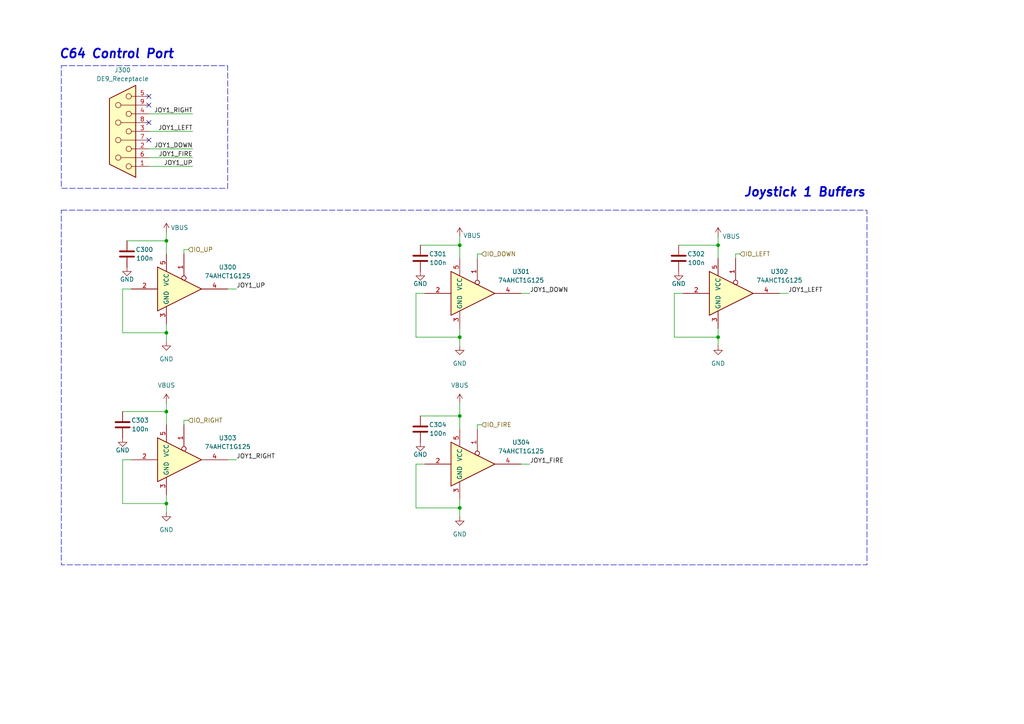
<source format=kicad_sch>
(kicad_sch (version 20231120) (generator "eeschema") (generator_version "8.0")
  (paper "A4")
  (lib_symbols
    (symbol "74xGxx:74AHCT1G125"
      (property "Reference" "U" (at -2.54 3.81 0))
      (property "Value" "74AHCT1G125" (at 0 -3.81 0))
      (symbol "74AHCT1G125_0_1"
        (polyline (pts (xy -7.62 6.35) (xy -7.62 -6.35) (xy 5.08 0) (xy -7.62 6.35)) (stroke (width 0.254)) (fill (type background)))
      )
      (symbol "74AHCT1G125_1_1"
        (pin input inverted (at 0 10.16 270) (length 7.62) (name "~") (number "1"))
        (pin input line (at -15.24 0 0) (length 7.62) (name "~") (number "2"))
        (pin power_in line (at -5.08 -10.16 90) (length 5.08) (name "GND") (number "3"))
        (pin tri_state line (at 12.7 0 180) (length 7.62) (name "~") (number "4"))
        (pin power_in line (at -5.08 10.16 270) (length 5.08) (name "VCC") (number "5"))
      )
    )
    (symbol "Connector:DE9_Receptacle" (pin_names (offset 1.016) hide)
      (property "Reference" "J" (at 0 13.97 0))
      (property "Value" "DE9_Receptacle" (at 0 -14.605 0))
      (symbol "DE9_Receptacle_0_1"
        (circle (center -1.778 -10.16) (radius 0.762))
        (circle (center -1.778 -5.08) (radius 0.762))
        (circle (center -1.778 0) (radius 0.762))
        (circle (center -1.778 5.08) (radius 0.762))
        (circle (center -1.778 10.16) (radius 0.762))
        (polyline (pts (xy -3.81 -10.16) (xy -2.54 -10.16)))
        (polyline (pts (xy -3.81 -7.62) (xy 0.508 -7.62)))
        (polyline (pts (xy -3.81 -5.08) (xy -2.54 -5.08)))
        (polyline (pts (xy -3.81 -2.54) (xy 0.508 -2.54)))
        (polyline (pts (xy -3.81 0) (xy -2.54 0)))
        (polyline (pts (xy -3.81 2.54) (xy 0.508 2.54)))
        (polyline (pts (xy -3.81 5.08) (xy -2.54 5.08)))
        (polyline (pts (xy -3.81 7.62) (xy 0.508 7.62)))
        (polyline (pts (xy -3.81 10.16) (xy -2.54 10.16)))
        (polyline (pts (xy -3.81 13.335) (xy -3.81 -13.335) (xy 3.81 -9.525) (xy 3.81 9.525) (xy -3.81 13.335)) (stroke (width 0.254)) (fill (type background)))
        (circle (center 1.27 -7.62) (radius 0.762))
        (circle (center 1.27 -2.54) (radius 0.762))
        (circle (center 1.27 2.54) (radius 0.762))
        (circle (center 1.27 7.62) (radius 0.762))
      )
      (symbol "DE9_Receptacle_1_1"
        (pin passive line (at -7.62 10.16 0) (length 3.81) (name "1") (number "1"))
        (pin passive line (at -7.62 5.08 0) (length 3.81) (name "2") (number "2"))
        (pin passive line (at -7.62 0 0) (length 3.81) (name "3") (number "3"))
        (pin passive line (at -7.62 -5.08 0) (length 3.81) (name "4") (number "4"))
        (pin passive line (at -7.62 -10.16 0) (length 3.81) (name "5") (number "5"))
        (pin passive line (at -7.62 7.62 0) (length 3.81) (name "6") (number "6"))
        (pin passive line (at -7.62 2.54 0) (length 3.81) (name "7") (number "7"))
        (pin passive line (at -7.62 -2.54 0) (length 3.81) (name "8") (number "8"))
        (pin passive line (at -7.62 -7.62 0) (length 3.81) (name "9") (number "9"))
      )
    )
    (symbol "Device:C" (pin_numbers hide) (pin_names (offset 0.254))
      (property "Reference" "C" (at 0.635 2.54 0))
      (property "Value" "C" (at 0.635 -2.54 0))
      (symbol "C_0_1"
        (polyline (pts (xy -2.032 -0.762) (xy 2.032 -0.762)) (stroke (width 0.508)))
        (polyline (pts (xy -2.032 0.762) (xy 2.032 0.762)) (stroke (width 0.508)))
      )
      (symbol "C_1_1"
        (pin passive line (at 0 3.81 270) (length 2.794) (name "~") (number "1"))
        (pin passive line (at 0 -3.81 90) (length 2.794) (name "~") (number "2"))
      )
    )
    (symbol "power:GND" (power) (pin_numbers hide) (pin_names (offset 0) hide)
      (property "Value" "GND" (at 0 -3.81 0))
      (symbol "GND_0_1"
        (polyline (pts (xy 0 0) (xy 0 -1.27) (xy 1.27 -1.27) (xy 0 -2.54) (xy -1.27 -1.27) (xy 0 -1.27)))
      )
      (symbol "GND_1_1"
        (pin power_in line (at 0 0 270) (length 0) (name "~") (number "1"))
      )
    )
    (symbol "power:VCC" (power) (pin_numbers hide) (pin_names (offset 0) hide)
      (property "Value" "VCC" (at 0 3.556 0))
      (symbol "VCC_0_1"
        (polyline (pts (xy -0.762 1.27) (xy 0 2.54)))
        (polyline (pts (xy 0 0) (xy 0 2.54)))
        (polyline (pts (xy 0 2.54) (xy 0.762 1.27)))
      )
      (symbol "VCC_1_1"
        (pin power_in line (at 0 0 90) (length 0) (name "~") (number "1"))
      )
    )
  )
  (junction (at 48.26 119.38))
  (junction (at 133.35 71.12))
  (junction (at 133.35 147.32))
  (junction (at 208.28 97.79))
  (junction (at 133.35 120.65))
  (junction (at 208.28 71.12))
  (junction (at 133.35 97.79))
  (junction (at 48.26 146.05))
  (junction (at 48.26 69.85))
  (junction (at 48.26 96.52))
  (no_connect (at 43.18 27.94))
  (no_connect (at 43.18 30.48))
  (no_connect (at 43.18 35.56))
  (no_connect (at 43.18 40.64))
  (wire (pts (xy 226.06 85.09) (xy 228.6 85.09)))
  (wire (pts (xy 48.26 116.84) (xy 48.26 119.38)))
  (wire (pts (xy 133.35 120.65) (xy 133.35 124.46)))
  (wire (pts (xy 198.12 85.09) (xy 195.58 85.09)))
  (wire (pts (xy 48.26 119.38) (xy 48.26 123.19)))
  (wire (pts (xy 120.65 147.32) (xy 133.35 147.32)))
  (wire (pts (xy 195.58 97.79) (xy 208.28 97.79)))
  (wire (pts (xy 120.65 97.79) (xy 133.35 97.79)))
  (wire (pts (xy 123.19 85.09) (xy 120.65 85.09)))
  (wire (pts (xy 213.36 73.66) (xy 213.36 74.93)))
  (wire (pts (xy 43.18 38.1) (xy 55.88 38.1)))
  (wire (pts (xy 208.28 68.58) (xy 208.28 71.12)))
  (wire (pts (xy 35.56 96.52) (xy 48.26 96.52)))
  (wire (pts (xy 38.1 83.82) (xy 35.56 83.82)))
  (wire (pts (xy 36.83 69.85) (xy 48.26 69.85)))
  (wire (pts (xy 133.35 116.84) (xy 133.35 120.65)))
  (wire (pts (xy 139.7 123.19) (xy 138.43 123.19)))
  (wire (pts (xy 214.63 73.66) (xy 213.36 73.66)))
  (wire (pts (xy 133.35 95.25) (xy 133.35 97.79)))
  (wire (pts (xy 208.28 97.79) (xy 208.28 100.33)))
  (wire (pts (xy 133.35 144.78) (xy 133.35 147.32)))
  (wire (pts (xy 121.92 120.65) (xy 133.35 120.65)))
  (wire (pts (xy 151.13 134.62) (xy 153.67 134.62)))
  (wire (pts (xy 133.35 147.32) (xy 133.35 149.86)))
  (wire (pts (xy 133.35 71.12) (xy 133.35 74.93)))
  (wire (pts (xy 35.56 133.35) (xy 35.56 146.05)))
  (wire (pts (xy 133.35 97.79) (xy 133.35 100.33)))
  (wire (pts (xy 121.92 71.12) (xy 133.35 71.12)))
  (wire (pts (xy 208.28 95.25) (xy 208.28 97.79)))
  (wire (pts (xy 151.13 85.09) (xy 153.67 85.09)))
  (wire (pts (xy 43.18 33.02) (xy 55.88 33.02)))
  (wire (pts (xy 35.56 146.05) (xy 48.26 146.05)))
  (wire (pts (xy 120.65 85.09) (xy 120.65 97.79)))
  (wire (pts (xy 48.26 67.31) (xy 48.26 69.85)))
  (wire (pts (xy 43.18 45.72) (xy 55.88 45.72)))
  (wire (pts (xy 133.35 68.58) (xy 133.35 71.12)))
  (wire (pts (xy 43.18 48.26) (xy 55.88 48.26)))
  (wire (pts (xy 53.34 72.39) (xy 53.34 73.66)))
  (wire (pts (xy 38.1 133.35) (xy 35.56 133.35)))
  (wire (pts (xy 66.04 83.82) (xy 68.58 83.82)))
  (wire (pts (xy 48.26 93.98) (xy 48.26 96.52)))
  (wire (pts (xy 138.43 123.19) (xy 138.43 124.46)))
  (wire (pts (xy 208.28 71.12) (xy 208.28 74.93)))
  (wire (pts (xy 120.65 134.62) (xy 120.65 147.32)))
  (wire (pts (xy 139.7 73.66) (xy 138.43 73.66)))
  (wire (pts (xy 48.26 69.85) (xy 48.26 73.66)))
  (wire (pts (xy 54.61 121.92) (xy 53.34 121.92)))
  (wire (pts (xy 138.43 73.66) (xy 138.43 74.93)))
  (wire (pts (xy 53.34 121.92) (xy 53.34 123.19)))
  (wire (pts (xy 48.26 143.51) (xy 48.26 146.05)))
  (wire (pts (xy 123.19 134.62) (xy 120.65 134.62)))
  (wire (pts (xy 48.26 96.52) (xy 48.26 99.06)))
  (wire (pts (xy 35.56 119.38) (xy 48.26 119.38)))
  (wire (pts (xy 196.85 71.12) (xy 208.28 71.12)))
  (wire (pts (xy 66.04 133.35) (xy 68.58 133.35)))
  (wire (pts (xy 195.58 85.09) (xy 195.58 97.79)))
  (wire (pts (xy 35.56 83.82) (xy 35.56 96.52)))
  (wire (pts (xy 48.26 146.05) (xy 48.26 148.59)))
  (wire (pts (xy 43.18 43.18) (xy 55.88 43.18)))
  (wire (pts (xy 54.61 72.39) (xy 53.34 72.39)))
  (rectangle (start 17.78 19.05) (end 66.04 54.61) (stroke (width 0) (type dash)))
  (rectangle (start 17.78 60.96) (end 251.46 163.83) (stroke (width 0) (type dash)))
  (text "C64 Control Port" (at 33.782 15.748 0) (effects (font (size 2.54 2.54) (thickness 0.508) (bold yes) (italic yes))))
  (text "Joystick 1 Buffers" (at 233.426 55.88 0) (effects (font (size 2.54 2.54) (thickness 0.508) (bold yes) (italic yes))))
  (label "JOY1_UP" (at 55.88 48.26 180) (effects (font (thickness 0.1588))))
  (label "JOY1_FIRE" (at 153.67 134.62 0) (effects (font (thickness 0.1588))))
  (label "JOY1_LEFT" (at 228.6 85.09 0) (effects (font (thickness 0.1588))))
  (label "JOY1_DOWN" (at 55.88 43.18 180) (effects (font (thickness 0.1588))))
  (label "JOY1_DOWN" (at 153.67 85.09 0) (effects (font (thickness 0.1588))))
  (label "JOY1_FIRE" (at 55.88 45.72 180) (effects (font (thickness 0.1588))))
  (label "JOY1_RIGHT" (at 55.88 33.02 180) (effects (font (thickness 0.1588))))
  (label "JOY1_RIGHT" (at 68.58 133.35 0) (effects (font (thickness 0.1588))))
  (label "JOY1_UP" (at 68.58 83.82 0) (effects (font (thickness 0.1588))))
  (label "JOY1_LEFT" (at 55.88 38.1 180) (effects (font (thickness 0.1588))))
  (hierarchical_label "IO_LEFT" (shape input) (at 214.63 73.66 0))
  (hierarchical_label "IO_UP" (shape input) (at 54.61 72.39 0))
  (hierarchical_label "IO_DOWN" (shape input) (at 139.7 73.66 0))
  (hierarchical_label "IO_FIRE" (shape input) (at 139.7 123.19 0))
  (hierarchical_label "IO_RIGHT" (shape input) (at 54.61 121.92 0))
  (symbol (lib_id "power:GND") (at 133.35 149.86 0) (unit 1)
    (property "Reference" "#PWR041" (effects (hide yes)))
    (property "Value" "GND" (at 133.35 154.94 0))
    (property "Description" "Power symbol creates a global label with name \"GND\" , ground" (effects (hide yes)))
  )
  (symbol (lib_id "power:GND") (at 121.92 128.27 0) (unit 1)
    (property "Reference" "#PWR059" (effects (hide yes)))
    (property "Value" "GND" (at 121.92 131.826 0))
    (property "Description" "Power symbol creates a global label with name \"GND\" , ground" (effects (hide yes)))
  )
  (symbol (lib_id "power:GND") (at 48.26 99.06 0) (unit 1)
    (property "Reference" "#PWR032" (effects (hide yes)))
    (property "Value" "GND" (at 48.26 104.14 0))
    (property "Description" "Power symbol creates a global label with name \"GND\" , ground" (effects (hide yes)))
  )
  (symbol (lib_id "power:GND") (at 133.35 100.33 0) (unit 1)
    (property "Reference" "#PWR035" (effects (hide yes)))
    (property "Value" "GND" (at 133.35 105.41 0))
    (property "Description" "Power symbol creates a global label with name \"GND\" , ground" (effects (hide yes)))
  )
  (symbol (lib_id "Device:C") (at 35.56 123.19 0) (mirror y) (unit 1)
    (property "Reference" "C303" (at 43.18 121.92 0) (effects (justify left)))
    (property "Value" "100n" (at 43.18 124.46 0) (effects (justify left)))
    (property "Footprint" "Capacitor_SMD:C_0402_1005Metric" (effects (hide yes)))
    (property "Description" "Unpolarized capacitor" (effects (hide yes)))
    (property "LCSC Part #" "C1525" (effects (hide yes)))
  )
  (symbol (lib_id "power:VCC") (at 133.35 68.58 0) (unit 1)
    (property "Reference" "#PWR034" (effects (hide yes)))
    (property "Value" "VBUS" (at 136.906 68.326 0))
    (property "Description" "Power symbol creates a global label with name \"VCC\"" (effects (hide yes)))
  )
  (symbol (lib_id "power:VCC") (at 208.28 68.58 0) (unit 1)
    (property "Reference" "#PWR036" (effects (hide yes)))
    (property "Value" "VBUS" (at 212.09 68.58 0))
    (property "Description" "Power symbol creates a global label with name \"VCC\"" (effects (hide yes)))
  )
  (symbol (lib_id "power:GND") (at 35.56 127 0) (unit 1)
    (property "Reference" "#PWR045" (effects (hide yes)))
    (property "Value" "GND" (at 35.56 130.556 0))
    (property "Description" "Power symbol creates a global label with name \"GND\" , ground" (effects (hide yes)))
  )
  (symbol (lib_id "74xGxx:74AHCT1G125") (at 138.43 85.09 0) (unit 1)
    (property "Reference" "U301" (at 151.13 78.7714 0))
    (property "Value" "74AHCT1G125" (at 151.13 81.3114 0))
    (property "Footprint" "Package_TO_SOT_SMD:SOT-353_SC-70-5" (effects (hide yes)))
    (property "Datasheet" "http://www.ti.com/lit/sg/scyt129e/scyt129e.pdf" (effects (hide yes)))
    (property "Description" "Single Buffer Gate Tri-State, Low-Voltage CMOS" (effects (hide yes)))
  )
  (symbol (lib_id "74xGxx:74AHCT1G125") (at 138.43 134.62 0) (unit 1)
    (property "Reference" "U304" (at 151.13 128.3014 0))
    (property "Value" "74AHCT1G125" (at 151.13 130.8414 0))
    (property "Footprint" "Package_TO_SOT_SMD:SOT-353_SC-70-5" (effects (hide yes)))
    (property "Datasheet" "http://www.ti.com/lit/sg/scyt129e/scyt129e.pdf" (effects (hide yes)))
    (property "Description" "Single Buffer Gate Tri-State, Low-Voltage CMOS" (effects (hide yes)))
  )
  (symbol (lib_id "power:GND") (at 196.85 78.74 0) (unit 1)
    (property "Reference" "#PWR044" (effects (hide yes)))
    (property "Value" "GND" (at 196.85 82.296 0))
    (property "Description" "Power symbol creates a global label with name \"GND\" , ground" (effects (hide yes)))
  )
  (symbol (lib_id "power:VCC") (at 48.26 67.31 0) (unit 1)
    (property "Reference" "#PWR033" (effects (hide yes)))
    (property "Value" "VBUS" (at 52.07 66.04 0))
    (property "Description" "Power symbol creates a global label with name \"VCC\"" (effects (hide yes)))
  )
  (symbol (lib_id "power:GND") (at 48.26 148.59 0) (unit 1)
    (property "Reference" "#PWR039" (effects (hide yes)))
    (property "Value" "GND" (at 48.26 153.67 0))
    (property "Description" "Power symbol creates a global label with name \"GND\" , ground" (effects (hide yes)))
  )
  (symbol (lib_id "power:GND") (at 36.83 77.47 0) (unit 1)
    (property "Reference" "#PWR031" (effects (hide yes)))
    (property "Value" "GND" (at 36.83 81.026 0))
    (property "Description" "Power symbol creates a global label with name \"GND\" , ground" (effects (hide yes)))
  )
  (symbol (lib_id "power:VCC") (at 48.26 116.84 0) (unit 1)
    (property "Reference" "#PWR038" (effects (hide yes)))
    (property "Value" "VBUS" (at 48.26 111.76 0))
    (property "Description" "Power symbol creates a global label with name \"VCC\"" (effects (hide yes)))
  )
  (symbol (lib_id "74xGxx:74AHCT1G125") (at 53.34 83.82 0) (unit 1)
    (property "Reference" "U300" (at 66.04 77.5014 0))
    (property "Value" "74AHCT1G125" (at 66.04 80.0414 0))
    (property "Footprint" "Package_TO_SOT_SMD:SOT-353_SC-70-5" (effects (hide yes)))
    (property "Datasheet" "http://www.ti.com/lit/sg/scyt129e/scyt129e.pdf" (effects (hide yes)))
    (property "Description" "Single Buffer Gate Tri-State, Low-Voltage CMOS" (effects (hide yes)))
  )
  (symbol (lib_id "Connector:DE9_Receptacle") (at 35.56 38.1 180) (unit 1)
    (property "Reference" "J300" (at 35.56 20.32 0))
    (property "Value" "DE9_Receptacle" (at 35.56 22.86 0))
    (property "Footprint" "Connector_Dsub:DSUB-9_Female_EdgeMount_P2.77mm" (effects (hide yes)))
    (property "Description" "9-pin female receptacle socket D-SUB connector" (effects (hide yes)))
  )
  (symbol (lib_id "Device:C") (at 196.85 74.93 0) (mirror y) (unit 1)
    (property "Reference" "C302" (at 204.47 73.66 0) (effects (justify left)))
    (property "Value" "100n" (at 204.47 76.2 0) (effects (justify left)))
    (property "Footprint" "Capacitor_SMD:C_0402_1005Metric" (effects (hide yes)))
    (property "Description" "Unpolarized capacitor" (effects (hide yes)))
    (property "LCSC Part #" "C1525" (effects (hide yes)))
  )
  (symbol (lib_id "74xGxx:74AHCT1G125") (at 53.34 133.35 0) (unit 1)
    (property "Reference" "U303" (at 66.04 127.0314 0))
    (property "Value" "74AHCT1G125" (at 66.04 129.5714 0))
    (property "Footprint" "Package_TO_SOT_SMD:SOT-353_SC-70-5" (effects (hide yes)))
    (property "Datasheet" "http://www.ti.com/lit/sg/scyt129e/scyt129e.pdf" (effects (hide yes)))
    (property "Description" "Single Buffer Gate Tri-State, Low-Voltage CMOS" (effects (hide yes)))
  )
  (symbol (lib_id "Device:C") (at 121.92 74.93 0) (mirror y) (unit 1)
    (property "Reference" "C301" (at 129.54 73.66 0) (effects (justify left)))
    (property "Value" "100n" (at 129.54 76.2 0) (effects (justify left)))
    (property "Footprint" "Capacitor_SMD:C_0402_1005Metric" (effects (hide yes)))
    (property "Description" "Unpolarized capacitor" (effects (hide yes)))
    (property "LCSC Part #" "C1525" (effects (hide yes)))
  )
  (symbol (lib_id "Device:C") (at 121.92 124.46 0) (mirror y) (unit 1)
    (property "Reference" "C304" (at 129.54 123.19 0) (effects (justify left)))
    (property "Value" "100n" (at 129.54 125.73 0) (effects (justify left)))
    (property "Footprint" "Capacitor_SMD:C_0402_1005Metric" (effects (hide yes)))
    (property "Description" "Unpolarized capacitor" (effects (hide yes)))
    (property "LCSC Part #" "C1525" (effects (hide yes)))
  )
  (symbol (lib_id "power:GND") (at 121.92 78.74 0) (unit 1)
    (property "Reference" "#PWR043" (effects (hide yes)))
    (property "Value" "GND" (at 121.92 82.296 0))
    (property "Description" "Power symbol creates a global label with name \"GND\" , ground" (effects (hide yes)))
  )
  (symbol (lib_id "power:GND") (at 208.28 100.33 0) (unit 1)
    (property "Reference" "#PWR037" (effects (hide yes)))
    (property "Value" "GND" (at 208.28 105.41 0))
    (property "Description" "Power symbol creates a global label with name \"GND\" , ground" (effects (hide yes)))
  )
  (symbol (lib_id "Device:C") (at 36.83 73.66 0) (mirror y) (unit 1)
    (property "Reference" "C300" (at 44.45 72.39 0) (effects (justify left)))
    (property "Value" "100n" (at 44.45 74.93 0) (effects (justify left)))
    (property "Footprint" "Capacitor_SMD:C_0402_1005Metric" (effects (hide yes)))
    (property "Description" "Unpolarized capacitor" (effects (hide yes)))
    (property "LCSC Part #" "C1525" (effects (hide yes)))
  )
  (symbol (lib_id "power:VCC") (at 133.35 116.84 0) (unit 1)
    (property "Reference" "#PWR040" (effects (hide yes)))
    (property "Value" "VBUS" (at 133.35 111.76 0))
    (property "Description" "Power symbol creates a global label with name \"VCC\"" (effects (hide yes)))
  )
  (symbol (lib_id "74xGxx:74AHCT1G125") (at 213.36 85.09 0) (unit 1)
    (property "Reference" "U302" (at 226.06 78.7714 0))
    (property "Value" "74AHCT1G125" (at 226.06 81.3114 0))
    (property "Footprint" "Package_TO_SOT_SMD:SOT-353_SC-70-5" (effects (hide yes)))
    (property "Datasheet" "http://www.ti.com/lit/sg/scyt129e/scyt129e.pdf" (effects (hide yes)))
    (property "Description" "Single Buffer Gate Tri-State, Low-Voltage CMOS" (effects (hide yes)))
  )
)
</source>
